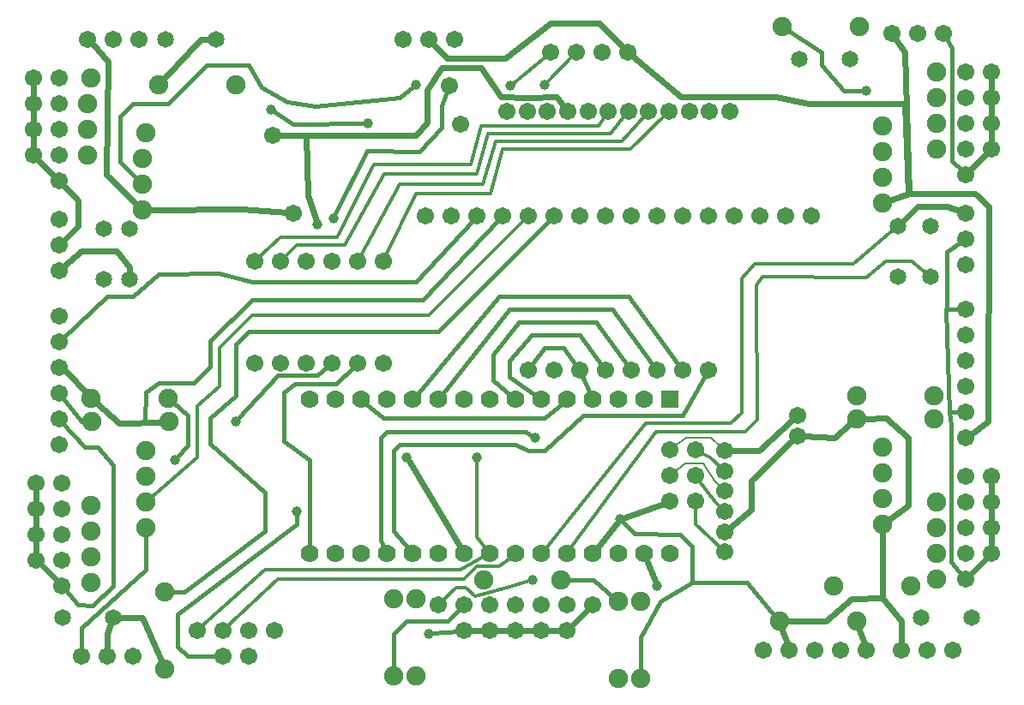
<source format=gtl>
G04 MADE WITH FRITZING*
G04 WWW.FRITZING.ORG*
G04 DOUBLE SIDED*
G04 HOLES PLATED*
G04 CONTOUR ON CENTER OF CONTOUR VECTOR*
%ASAXBY*%
%FSLAX23Y23*%
%MOIN*%
%OFA0B0*%
%SFA1.0B1.0*%
%ADD10C,0.039370*%
%ADD11C,0.067559*%
%ADD12C,0.075000*%
%ADD13C,0.065000*%
%ADD14C,0.070000*%
%ADD15R,0.070000X0.069972*%
%ADD16C,0.024000*%
%ADD17C,0.016000*%
%ADD18C,0.012000*%
%ADD19C,0.008000*%
%LNCOPPER1*%
G90*
G70*
G54D10*
X1018Y2271D03*
X1631Y232D03*
X1948Y2364D03*
X2081Y2369D03*
X1260Y1849D03*
X1198Y1825D03*
X880Y1056D03*
X643Y907D03*
X3331Y2344D03*
X1393Y2219D03*
X1581Y2369D03*
X2376Y678D03*
X1118Y707D03*
X2518Y419D03*
X1818Y919D03*
X2035Y442D03*
G54D11*
X2567Y946D03*
X2567Y846D03*
X2567Y746D03*
X2567Y946D03*
X2567Y846D03*
X2567Y746D03*
X2667Y746D03*
X2667Y846D03*
X2667Y946D03*
X3064Y1081D03*
X3064Y1002D03*
X2781Y944D03*
X2781Y865D03*
X2781Y787D03*
X2781Y708D03*
X2781Y629D03*
X2781Y550D03*
G54D10*
X1543Y919D03*
X2043Y994D03*
G54D11*
X93Y2394D03*
X93Y2294D03*
X93Y2194D03*
X93Y2094D03*
X106Y819D03*
X106Y719D03*
X106Y619D03*
X106Y519D03*
X1768Y244D03*
X1868Y244D03*
X1968Y244D03*
X2068Y244D03*
X2168Y244D03*
X3818Y844D03*
X3818Y744D03*
X3818Y644D03*
X3818Y544D03*
X3818Y2419D03*
X3818Y2319D03*
X3818Y2219D03*
X3818Y2119D03*
X1756Y2215D03*
X1712Y2364D03*
X1105Y1868D03*
X1024Y2172D03*
X731Y244D03*
X831Y244D03*
X931Y244D03*
X1031Y244D03*
X2106Y2494D03*
X2206Y2494D03*
X2306Y2494D03*
X2406Y2494D03*
X2718Y1258D03*
X2618Y1258D03*
X2518Y1258D03*
X2418Y1258D03*
X2318Y1258D03*
X2218Y1258D03*
X2118Y1258D03*
X2018Y1258D03*
X3118Y1857D03*
X3018Y1857D03*
X2918Y1857D03*
X2818Y1857D03*
X2718Y1857D03*
X2618Y1857D03*
X2518Y1857D03*
X2418Y1857D03*
X2318Y1857D03*
X2218Y1857D03*
X2118Y1857D03*
X2018Y1857D03*
X1918Y1857D03*
X1818Y1857D03*
X1718Y1857D03*
X1618Y1857D03*
X3718Y1494D03*
X3718Y1394D03*
X3718Y1294D03*
X3718Y1194D03*
X3718Y1094D03*
X3718Y994D03*
X193Y1469D03*
X193Y1369D03*
X193Y1269D03*
X193Y1169D03*
X193Y1069D03*
X193Y969D03*
X2931Y169D03*
X3031Y169D03*
X3131Y169D03*
X3231Y169D03*
X3331Y169D03*
X1668Y344D03*
X1768Y344D03*
X1868Y344D03*
X1968Y344D03*
X2068Y344D03*
X2168Y344D03*
X2268Y344D03*
X3718Y844D03*
X3718Y744D03*
X3718Y644D03*
X3718Y544D03*
X3718Y444D03*
X206Y819D03*
X206Y719D03*
X206Y619D03*
X206Y519D03*
X206Y419D03*
X3718Y2419D03*
X3718Y2319D03*
X3718Y2219D03*
X3718Y2119D03*
X3718Y2019D03*
X193Y2394D03*
X193Y2294D03*
X193Y2194D03*
X193Y2094D03*
X193Y1994D03*
X831Y144D03*
X931Y144D03*
X3718Y1869D03*
X3718Y1769D03*
X3718Y1669D03*
X193Y1844D03*
X193Y1744D03*
X193Y1644D03*
X3468Y169D03*
X3568Y169D03*
X3668Y169D03*
X281Y144D03*
X381Y144D03*
X481Y144D03*
X3431Y2569D03*
X3531Y2569D03*
X3631Y2569D03*
X306Y2544D03*
X406Y2544D03*
X506Y2544D03*
X1531Y2544D03*
X1631Y2544D03*
X1731Y2544D03*
G54D12*
X581Y2369D03*
X881Y2369D03*
X3306Y2594D03*
X3006Y2594D03*
X606Y94D03*
X606Y394D03*
X3506Y419D03*
X3206Y419D03*
G54D13*
X3581Y1819D03*
X3581Y1622D03*
X3581Y1819D03*
X3581Y1622D03*
X3456Y1819D03*
X3456Y1622D03*
X3456Y1819D03*
X3456Y1622D03*
X468Y1807D03*
X468Y1610D03*
X468Y1807D03*
X468Y1610D03*
X368Y1807D03*
X368Y1610D03*
X368Y1807D03*
X368Y1610D03*
G54D12*
X3293Y282D03*
X2993Y282D03*
X2456Y357D03*
X2456Y57D03*
X2368Y357D03*
X2368Y57D03*
X3606Y444D03*
X3394Y656D03*
X318Y432D03*
X530Y644D03*
X3606Y2119D03*
X3394Y1907D03*
X306Y2094D03*
X518Y1882D03*
X1843Y442D03*
X2143Y442D03*
X3606Y544D03*
X3394Y756D03*
X318Y532D03*
X530Y744D03*
X3606Y2219D03*
X3394Y2007D03*
X306Y2194D03*
X518Y1982D03*
X3293Y1157D03*
X3593Y1157D03*
X3593Y1069D03*
X3293Y1069D03*
X621Y1056D03*
X321Y1056D03*
X317Y1149D03*
X617Y1149D03*
X1493Y369D03*
X1493Y69D03*
X1581Y369D03*
X1581Y69D03*
X3393Y957D03*
X3605Y745D03*
X3393Y857D03*
X3605Y645D03*
X531Y844D03*
X319Y632D03*
X531Y944D03*
X319Y732D03*
X3393Y2107D03*
X3605Y2319D03*
X3393Y2207D03*
X3605Y2419D03*
X531Y2182D03*
X319Y2394D03*
X518Y2082D03*
X306Y2294D03*
G54D13*
X806Y2544D03*
X609Y2544D03*
X806Y2544D03*
X609Y2544D03*
X3268Y2469D03*
X3071Y2469D03*
X3268Y2469D03*
X3071Y2469D03*
X406Y294D03*
X209Y294D03*
X406Y294D03*
X209Y294D03*
X3543Y294D03*
X3740Y294D03*
X3543Y294D03*
X3740Y294D03*
G54D11*
X1935Y2265D03*
X2014Y2265D03*
X2092Y2265D03*
X2171Y2265D03*
X2250Y2265D03*
X2329Y2265D03*
X2407Y2265D03*
X2486Y2265D03*
X2565Y2265D03*
X2644Y2265D03*
X2722Y2265D03*
X2801Y2265D03*
G54D14*
X2568Y1144D03*
X2468Y1144D03*
X2368Y1144D03*
X2268Y1144D03*
X2168Y1144D03*
X2068Y1144D03*
X1968Y1144D03*
X1868Y1144D03*
X1768Y1144D03*
X1668Y1144D03*
X1568Y1144D03*
X1468Y1144D03*
X1368Y1144D03*
X1268Y1144D03*
X1168Y1144D03*
X2568Y544D03*
X2468Y544D03*
X2368Y544D03*
X2268Y544D03*
X2168Y544D03*
X2068Y544D03*
X1968Y544D03*
X1868Y544D03*
X1768Y544D03*
X1668Y544D03*
X1568Y544D03*
X1468Y544D03*
X1368Y544D03*
X1268Y544D03*
X1168Y544D03*
G54D11*
X954Y1680D03*
X1054Y1680D03*
X1154Y1680D03*
X1254Y1680D03*
X1354Y1680D03*
X1454Y1680D03*
X954Y1285D03*
X1054Y1285D03*
X1154Y1285D03*
X1254Y1285D03*
X1354Y1285D03*
X1454Y1285D03*
G54D15*
X2568Y1144D03*
G54D16*
X3046Y1064D02*
X2914Y943D01*
D02*
X2914Y943D02*
X2806Y944D01*
D02*
X3272Y1050D02*
X3208Y993D01*
D02*
X3208Y993D02*
X3089Y1000D01*
D02*
X2886Y826D02*
X2886Y715D01*
D02*
X2886Y715D02*
X2800Y645D01*
D02*
X3046Y984D02*
X2886Y826D01*
G54D17*
D02*
X1749Y242D02*
X1644Y233D01*
D02*
X696Y964D02*
X652Y916D01*
D02*
X695Y1081D02*
X696Y964D01*
G54D18*
D02*
X1958Y2372D02*
X2091Y2482D01*
D02*
X2192Y2480D02*
X2090Y2379D01*
G54D17*
D02*
X635Y1134D02*
X695Y1081D01*
D02*
X768Y2444D02*
X618Y2294D01*
D02*
X480Y2294D02*
X431Y2243D01*
D02*
X618Y2294D02*
X480Y2294D01*
D02*
X930Y2444D02*
X768Y2444D01*
D02*
X980Y2357D02*
X930Y2444D01*
D02*
X1192Y2283D02*
X1080Y2302D01*
D02*
X1080Y2302D02*
X980Y2357D01*
D02*
X1029Y2264D02*
X1104Y2215D01*
D02*
X1104Y2215D02*
X1380Y2219D01*
D02*
X1517Y2318D02*
X1192Y2283D01*
D02*
X431Y2243D02*
X430Y2068D01*
D02*
X430Y2068D02*
X502Y1998D01*
D02*
X1570Y2361D02*
X1517Y2318D01*
D02*
X780Y1270D02*
X718Y1207D01*
D02*
X718Y1207D02*
X580Y1207D01*
D02*
X780Y1370D02*
X780Y1270D01*
D02*
X580Y1207D02*
X531Y1170D01*
D02*
X531Y1170D02*
X529Y1056D01*
D02*
X780Y970D02*
X993Y781D01*
D02*
X993Y781D02*
X993Y632D01*
D02*
X931Y1407D02*
X880Y1356D01*
D02*
X1669Y1407D02*
X931Y1407D01*
D02*
X780Y1070D02*
X780Y970D01*
D02*
X880Y1156D02*
X780Y1070D01*
D02*
X880Y1356D02*
X880Y1156D01*
D02*
X680Y394D02*
X629Y394D01*
D02*
X993Y632D02*
X680Y394D01*
G54D18*
D02*
X731Y919D02*
X548Y759D01*
D02*
X731Y1119D02*
X731Y919D01*
D02*
X818Y1194D02*
X731Y1119D01*
D02*
X818Y1344D02*
X818Y1194D01*
D02*
X944Y1470D02*
X818Y1344D01*
D02*
X1631Y1470D02*
X944Y1470D01*
G54D17*
D02*
X944Y1532D02*
X780Y1370D01*
D02*
X1607Y1532D02*
X944Y1532D01*
D02*
X943Y1602D02*
X814Y1633D01*
D02*
X814Y1633D02*
X580Y1632D01*
D02*
X1582Y1602D02*
X943Y1602D01*
D02*
X580Y1632D02*
X480Y1543D01*
D02*
X480Y1543D02*
X380Y1543D01*
D02*
X380Y1543D02*
X207Y1382D01*
D02*
X529Y1056D02*
X598Y1056D01*
D02*
X2105Y1843D02*
X1669Y1407D01*
G54D18*
D02*
X2005Y1843D02*
X1631Y1470D01*
G54D17*
D02*
X1905Y1843D02*
X1607Y1532D01*
D02*
X1805Y1842D02*
X1582Y1602D01*
G54D16*
D02*
X2611Y2321D02*
X2425Y2478D01*
D02*
X2982Y2321D02*
X2611Y2321D01*
G54D17*
D02*
X3157Y2444D02*
X3157Y2494D01*
D02*
X3243Y2344D02*
X3157Y2444D01*
D02*
X3317Y2344D02*
X3243Y2344D01*
D02*
X3157Y2494D02*
X3025Y2581D01*
G54D16*
D02*
X3493Y1943D02*
X3480Y2294D01*
D02*
X3480Y2294D02*
X3107Y2294D01*
D02*
X3107Y2294D02*
X2982Y2321D01*
D02*
X3393Y370D02*
X3394Y628D01*
D02*
X3276Y367D02*
X3393Y370D01*
D02*
X3176Y281D02*
X3276Y367D01*
D02*
X3393Y370D02*
X3469Y281D01*
D02*
X3469Y281D02*
X3468Y194D01*
D02*
X3421Y1917D02*
X3493Y1943D01*
D02*
X3394Y628D02*
X3393Y370D01*
D02*
X3022Y282D02*
X3176Y281D01*
G54D17*
D02*
X2259Y1166D02*
X2226Y1240D01*
D02*
X1456Y1070D02*
X2080Y1070D01*
D02*
X1386Y1129D02*
X1456Y1070D01*
D02*
X2080Y1070D02*
X2150Y1129D01*
G54D16*
D02*
X3302Y255D02*
X3323Y193D01*
D02*
X3023Y193D02*
X3002Y255D01*
G54D18*
D02*
X1117Y1743D02*
X1303Y1743D01*
D02*
X1067Y1693D02*
X1117Y1743D01*
D02*
X1303Y1743D02*
X1457Y2020D01*
D02*
X1818Y2020D02*
X1862Y2177D01*
D02*
X1862Y2177D02*
X2338Y2177D01*
D02*
X1457Y2020D02*
X1818Y2020D01*
D02*
X1518Y1981D02*
X1363Y1697D01*
D02*
X1580Y1943D02*
X1462Y1697D01*
D02*
X1870Y1943D02*
X1580Y1943D01*
D02*
X1917Y2116D02*
X1870Y1943D01*
D02*
X2414Y2116D02*
X1917Y2116D01*
D02*
X2338Y2177D02*
X2395Y2250D01*
D02*
X1842Y1980D02*
X1518Y1981D01*
D02*
X2382Y2148D02*
X1892Y2148D01*
D02*
X1892Y2148D02*
X1842Y1980D01*
D02*
X2473Y2250D02*
X2382Y2148D01*
D02*
X2551Y2251D02*
X2414Y2116D01*
G54D17*
D02*
X2343Y1494D02*
X2506Y1273D01*
D02*
X1980Y1444D02*
X2280Y1443D01*
D02*
X2280Y1443D02*
X2406Y1273D01*
D02*
X1950Y1159D02*
X1880Y1219D01*
D02*
X1880Y1319D02*
X1980Y1444D01*
D02*
X1880Y1219D02*
X1880Y1319D01*
D02*
X1943Y1494D02*
X2343Y1494D01*
G54D18*
D02*
X1055Y1775D02*
X968Y1693D01*
D02*
X1273Y1775D02*
X1055Y1775D01*
D02*
X1793Y2057D02*
X1418Y2056D01*
D02*
X1836Y2209D02*
X1793Y2057D01*
D02*
X2290Y2209D02*
X1836Y2209D01*
D02*
X1418Y2056D02*
X1273Y1775D01*
D02*
X2318Y2249D02*
X2290Y2209D01*
G54D17*
D02*
X1943Y1294D02*
X2030Y1394D01*
D02*
X1943Y1231D02*
X1943Y1294D01*
D02*
X2030Y1394D02*
X2218Y1394D01*
D02*
X2049Y1158D02*
X1943Y1231D01*
D02*
X2218Y1394D02*
X2306Y1273D01*
D02*
X2407Y1543D02*
X2606Y1273D01*
D02*
X1584Y1162D02*
X1906Y1544D01*
D02*
X1906Y1544D02*
X2407Y1543D01*
D02*
X1683Y1163D02*
X1943Y1494D01*
D02*
X2271Y442D02*
X2351Y372D01*
D02*
X1118Y656D02*
X1118Y693D01*
D02*
X656Y307D02*
X1118Y656D01*
D02*
X656Y181D02*
X656Y307D01*
D02*
X693Y143D02*
X656Y181D01*
D02*
X812Y144D02*
X693Y143D01*
D02*
X2656Y432D02*
X2530Y357D01*
D02*
X2530Y357D02*
X2456Y218D01*
D02*
X2869Y432D02*
X2656Y432D01*
D02*
X2166Y442D02*
X2271Y442D01*
G54D16*
D02*
X2511Y437D02*
X2479Y517D01*
G54D17*
D02*
X2656Y432D02*
X2530Y357D01*
D02*
X2530Y357D02*
X2456Y218D01*
D02*
X2456Y218D02*
X2456Y80D01*
D02*
X2656Y570D02*
X2656Y432D01*
D02*
X2607Y619D02*
X2656Y570D01*
D02*
X2430Y620D02*
X2607Y619D01*
D02*
X2385Y668D02*
X2430Y620D01*
G54D16*
D02*
X2364Y663D02*
X2287Y567D01*
G54D17*
D02*
X2456Y218D02*
X2456Y80D01*
D02*
X2979Y299D02*
X2869Y432D01*
G54D16*
D02*
X2106Y2607D02*
X2293Y2607D01*
D02*
X1929Y2470D02*
X2106Y2607D01*
D02*
X1701Y2470D02*
X1929Y2470D01*
D02*
X1648Y2526D02*
X1701Y2470D01*
D02*
X2293Y2607D02*
X2388Y2512D01*
G54D18*
D02*
X1756Y482D02*
X1848Y533D01*
D02*
X1469Y481D02*
X1756Y482D01*
D02*
X993Y481D02*
X1469Y481D01*
D02*
X1817Y607D02*
X1818Y906D01*
D02*
X1854Y562D02*
X1817Y607D01*
D02*
X1769Y443D02*
X1043Y444D01*
D02*
X745Y257D02*
X993Y481D01*
D02*
X1818Y494D02*
X1769Y443D01*
D02*
X1906Y494D02*
X1818Y494D01*
D02*
X1950Y529D02*
X1906Y494D01*
D02*
X1043Y444D02*
X845Y257D01*
D02*
X1812Y379D02*
X1775Y411D01*
D02*
X1936Y412D02*
X1812Y379D01*
D02*
X1775Y411D02*
X1738Y411D01*
D02*
X1738Y411D02*
X1682Y358D01*
D02*
X2022Y438D02*
X1936Y412D01*
G54D17*
D02*
X1543Y281D02*
X1706Y281D01*
D02*
X1706Y281D02*
X1755Y330D01*
D02*
X1493Y231D02*
X1543Y281D01*
D02*
X1493Y92D02*
X1493Y231D01*
G54D16*
D02*
X518Y294D02*
X431Y294D01*
D02*
X594Y120D02*
X518Y294D01*
D02*
X2251Y327D02*
X2186Y262D01*
D02*
X3498Y1943D02*
X3421Y1916D01*
D02*
X3482Y2494D02*
X3498Y1943D01*
D02*
X3806Y1057D02*
X3734Y1005D01*
D02*
X3807Y1894D02*
X3806Y1057D01*
D02*
X3756Y1944D02*
X3807Y1894D01*
D02*
X3656Y1944D02*
X3756Y1944D01*
D02*
X3493Y1943D02*
X3656Y1944D01*
D02*
X3415Y1915D02*
X3493Y1943D01*
G54D18*
D02*
X2669Y657D02*
X2668Y726D01*
D02*
X2767Y564D02*
X2669Y657D01*
D02*
X2743Y744D02*
X2679Y830D01*
D02*
X2767Y721D02*
X2743Y744D01*
G54D19*
D02*
X2698Y894D02*
X2629Y894D01*
D02*
X2629Y894D02*
X2582Y858D01*
D02*
X2767Y800D02*
X2742Y826D01*
D02*
X2742Y826D02*
X2698Y894D01*
G54D18*
D02*
X2723Y919D02*
X2685Y937D01*
D02*
X2767Y879D02*
X2723Y919D01*
G54D19*
D02*
X2729Y994D02*
X2630Y994D01*
D02*
X2630Y994D02*
X2582Y958D01*
D02*
X2767Y958D02*
X2729Y994D01*
G54D16*
D02*
X3445Y2549D02*
X3482Y2494D01*
G54D17*
D02*
X2080Y1343D02*
X2029Y1273D01*
D02*
X2156Y1343D02*
X2080Y1343D01*
D02*
X2206Y1273D02*
X2156Y1343D01*
G54D16*
D02*
X744Y2543D02*
X781Y2544D01*
D02*
X600Y2390D02*
X744Y2543D01*
G54D18*
D02*
X2513Y1019D02*
X2182Y563D01*
D02*
X2860Y1019D02*
X2513Y1019D01*
D02*
X3331Y1619D02*
X2927Y1620D01*
D02*
X2927Y1620D02*
X2903Y1589D01*
D02*
X3407Y1681D02*
X3331Y1619D01*
D02*
X3507Y1681D02*
X3407Y1681D01*
D02*
X3566Y1634D02*
X3507Y1681D01*
D02*
X2908Y1063D02*
X2860Y1019D01*
D02*
X2903Y1589D02*
X2908Y1063D01*
G54D16*
D02*
X904Y1883D02*
X547Y1882D01*
D02*
X1080Y1870D02*
X904Y1883D01*
D02*
X3322Y1069D02*
X3407Y1070D01*
D02*
X3493Y732D02*
X3417Y674D01*
D02*
X3493Y994D02*
X3493Y732D01*
D02*
X3407Y1070D02*
X3493Y994D01*
D02*
X1753Y569D02*
X1553Y903D01*
G54D18*
D02*
X3280Y1670D02*
X3441Y1807D01*
D02*
X2083Y562D02*
X2475Y1050D01*
D02*
X2847Y1092D02*
X2847Y1615D01*
D02*
X2847Y1615D02*
X2897Y1670D01*
D02*
X2803Y1050D02*
X2847Y1092D01*
D02*
X2897Y1670D02*
X3280Y1670D01*
D02*
X2475Y1050D02*
X2803Y1050D01*
G54D17*
D02*
X1493Y632D02*
X1553Y562D01*
D02*
X1493Y944D02*
X1493Y632D01*
D02*
X1518Y969D02*
X1493Y944D01*
D02*
X1968Y969D02*
X1518Y969D01*
D02*
X2019Y943D02*
X1968Y969D01*
D02*
X2232Y1081D02*
X2081Y945D01*
D02*
X2081Y945D02*
X2019Y943D01*
D02*
X2618Y1081D02*
X2232Y1081D01*
D02*
X2708Y1241D02*
X2618Y1081D01*
D02*
X1444Y594D02*
X1458Y565D01*
D02*
X1443Y994D02*
X1444Y594D01*
D02*
X1468Y1019D02*
X1443Y994D01*
D02*
X2007Y1019D02*
X1468Y1019D01*
D02*
X2032Y1002D02*
X2007Y1019D01*
D02*
X1390Y2110D02*
X1266Y1861D01*
D02*
X1595Y2109D02*
X1390Y2110D01*
G54D16*
D02*
X379Y2016D02*
X497Y1902D01*
D02*
X323Y2526D02*
X386Y2457D01*
D02*
X386Y2457D02*
X379Y2016D01*
G54D17*
D02*
X1681Y2202D02*
X1595Y2109D01*
D02*
X1705Y2346D02*
X1681Y2289D01*
D02*
X1681Y2289D02*
X1681Y2202D01*
D02*
X323Y342D02*
X404Y416D01*
G54D16*
D02*
X211Y1977D02*
X269Y1919D01*
G54D17*
D02*
X344Y957D02*
X293Y957D01*
D02*
X404Y889D02*
X344Y957D01*
D02*
X293Y957D02*
X206Y1055D01*
D02*
X268Y345D02*
X323Y342D01*
D02*
X218Y404D02*
X268Y345D01*
D02*
X404Y416D02*
X404Y889D01*
G54D16*
D02*
X429Y1050D02*
X593Y1055D01*
D02*
X339Y1130D02*
X429Y1050D01*
G54D17*
D02*
X281Y1056D02*
X205Y1154D01*
D02*
X298Y1056D02*
X281Y1056D01*
G54D16*
D02*
X231Y1245D02*
X214Y1256D01*
D02*
X298Y1170D02*
X231Y1245D01*
G54D17*
D02*
X280Y255D02*
X281Y163D01*
D02*
X531Y481D02*
X280Y255D01*
D02*
X531Y621D02*
X531Y481D01*
G54D16*
D02*
X381Y232D02*
X381Y169D01*
D02*
X396Y271D02*
X381Y232D01*
D02*
X269Y1819D02*
X211Y1762D01*
D02*
X269Y1919D02*
X269Y1819D01*
G54D17*
D02*
X3644Y1719D02*
X3644Y1494D01*
D02*
X3644Y1494D02*
X3699Y1494D01*
D02*
X3642Y1494D02*
X3655Y1094D01*
D02*
X3699Y1494D02*
X3642Y1494D01*
D02*
X3655Y1094D02*
X3699Y1094D01*
D02*
X3656Y1094D02*
X3699Y1094D01*
D02*
X3706Y459D02*
X3660Y510D01*
D02*
X3660Y1043D02*
X3656Y1094D01*
D02*
X3660Y510D02*
X3660Y1043D01*
D02*
X1069Y981D02*
X1167Y907D01*
D02*
X1167Y907D02*
X1168Y568D01*
D02*
X1069Y1170D02*
X1069Y981D01*
D02*
X1110Y1205D02*
X1069Y1170D01*
D02*
X1043Y1236D02*
X1199Y1236D01*
D02*
X1199Y1236D02*
X1239Y1272D01*
D02*
X889Y1066D02*
X1043Y1236D01*
D02*
X3664Y2512D02*
X3664Y2072D01*
D02*
X3641Y2552D02*
X3664Y2512D01*
D02*
X3664Y2072D02*
X3705Y2033D01*
D02*
X3702Y1758D02*
X3644Y1719D01*
D02*
X1340Y1272D02*
X1271Y1205D01*
D02*
X1271Y1205D02*
X1110Y1205D01*
G54D16*
D02*
X1160Y1937D02*
X1193Y1837D01*
D02*
X1156Y2170D02*
X1160Y1937D01*
D02*
X1582Y2172D02*
X1156Y2170D01*
D02*
X1625Y2222D02*
X1582Y2172D01*
D02*
X1625Y2346D02*
X1625Y2222D01*
D02*
X1682Y2433D02*
X1625Y2346D01*
D02*
X1836Y2433D02*
X1682Y2433D01*
D02*
X1910Y2320D02*
X1836Y2433D01*
D02*
X2018Y2319D02*
X1910Y2320D01*
D02*
X2127Y2322D02*
X2018Y2319D01*
D02*
X2159Y2280D02*
X2127Y2322D01*
D02*
X1043Y2172D02*
X1154Y2172D01*
D02*
X1160Y1937D02*
X1193Y1837D01*
D02*
X1154Y2172D02*
X1160Y1937D01*
D02*
X3801Y2102D02*
X3736Y2037D01*
D02*
X3818Y2194D02*
X3818Y2144D01*
D02*
X3818Y2294D02*
X3818Y2244D01*
D02*
X3818Y2344D02*
X3818Y2394D01*
D02*
X106Y744D02*
X106Y794D01*
D02*
X1793Y244D02*
X1843Y244D01*
D02*
X1993Y244D02*
X2043Y244D01*
D02*
X1893Y244D02*
X1943Y244D01*
D02*
X2093Y244D02*
X2143Y244D01*
D02*
X3818Y769D02*
X3818Y819D01*
D02*
X3818Y669D02*
X3818Y719D01*
D02*
X3818Y569D02*
X3818Y619D01*
D02*
X3801Y527D02*
X3736Y462D01*
D02*
X111Y2077D02*
X176Y2012D01*
D02*
X93Y2169D02*
X93Y2119D01*
D02*
X93Y2219D02*
X93Y2269D01*
D02*
X93Y2319D02*
X93Y2369D01*
D02*
X123Y502D02*
X188Y437D01*
D02*
X106Y544D02*
X106Y594D01*
D02*
X106Y644D02*
X106Y694D01*
D02*
X212Y1660D02*
X281Y1720D01*
D02*
X3644Y1894D02*
X3531Y1894D01*
D02*
X3695Y1877D02*
X3644Y1894D01*
D02*
X3531Y1894D02*
X3473Y1837D01*
D02*
X468Y1656D02*
X468Y1635D01*
D02*
X419Y1720D02*
X468Y1656D01*
D02*
X281Y1720D02*
X419Y1720D01*
D02*
X2394Y684D02*
X2544Y737D01*
G04 End of Copper1*
M02*
</source>
